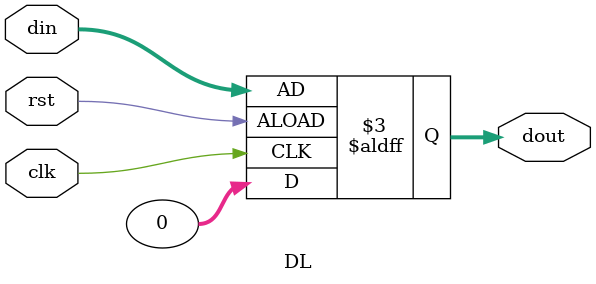
<source format=v>
/*
    DR、A、B、ALUOut由Datalate模块实例化，主要功能是数据缓冲，由带复位的D触发器构成。
    1	数据复位	if rst=1, q0
    2	数据缓冲	if rst=0, qd
*/
`timescale 1ns / 1ns
module DL
        (
            input [31:0] din,         //输入数据
            input rst,              //复位信号
            input clk,              //时钟信号
            output reg [31:0] dout    //输出数据
        );


        always@(posedge clk,negedge rst)
            begin
                if(rst == 0)
                    dout = din;
                else
                    dout = 32'h00000000;
            end

endmodule
</source>
